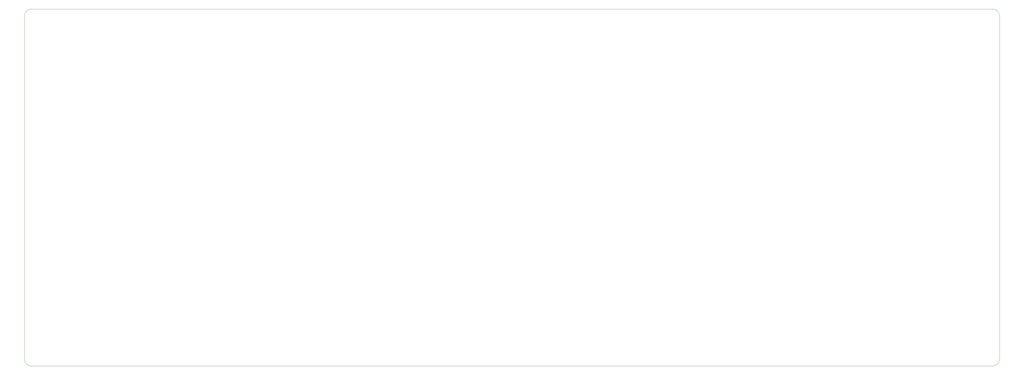
<source format=gm1>
G04 #@! TF.GenerationSoftware,KiCad,Pcbnew,(5.1.4)-1*
G04 #@! TF.CreationDate,2019-11-10T23:30:46-05:00*
G04 #@! TF.ProjectId,END67vOutFirst,454e4436-3776-44f7-9574-46697273742e,rev?*
G04 #@! TF.SameCoordinates,Original*
G04 #@! TF.FileFunction,Profile,NP*
%FSLAX46Y46*%
G04 Gerber Fmt 4.6, Leading zero omitted, Abs format (unit mm)*
G04 Created by KiCad (PCBNEW (5.1.4)-1) date 2019-11-10 23:30:46*
%MOMM*%
%LPD*%
G04 APERTURE LIST*
%ADD10C,0.050000*%
G04 APERTURE END LIST*
D10*
X373062500Y-83343750D02*
X373856250Y-83343750D01*
X373062500Y-209550000D02*
X373856250Y-209550000D01*
X376237500Y-207168750D02*
X376237500Y-203993750D01*
X34131250Y-209550000D02*
X373062500Y-209550000D01*
X31750000Y-203993750D02*
X31750000Y-207168750D01*
X31750000Y-85725000D02*
X31750000Y-203993750D01*
X373062500Y-83343750D02*
X34131250Y-83343750D01*
X376237500Y-203993750D02*
X376237500Y-85725000D01*
X34131250Y-209550000D02*
G75*
G02X31750000Y-207168750I0J2381250D01*
G01*
X31750000Y-85725000D02*
G75*
G02X34131250Y-83343750I2381250J0D01*
G01*
X376237500Y-207168750D02*
G75*
G02X373856250Y-209550000I-2381250J0D01*
G01*
X373856250Y-83343750D02*
G75*
G02X376237500Y-85725000I0J-2381250D01*
G01*
M02*

</source>
